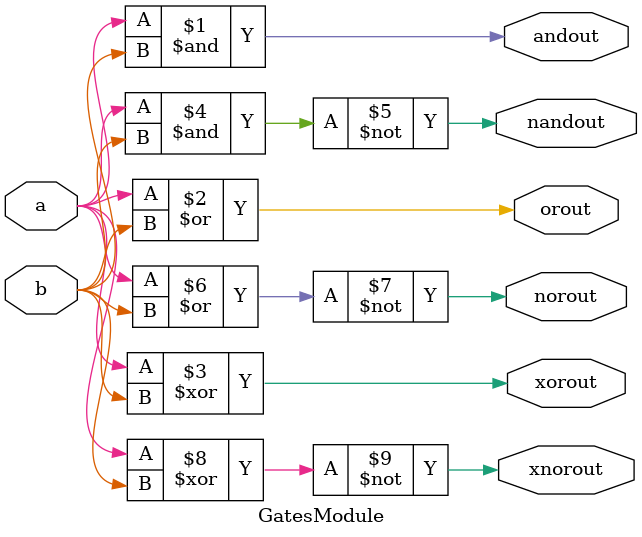
<source format=v>
module GatesModule (
    a, b,
    andout,
    orout,
    xorout,
    nandout,
    norout,
    xnorout
);
    input a,b;
    output andout, orout, xorout;
    output nandout, norout, xnorout;
    
    assign andout = a & b;
    assign orout = a | b;
    assign xorout = a ^ b;

    assign nandout = ~(a & b);
    assign norout = ~(a | b);
    assign xnorout = ~(a ^ b);
endmodule
</source>
